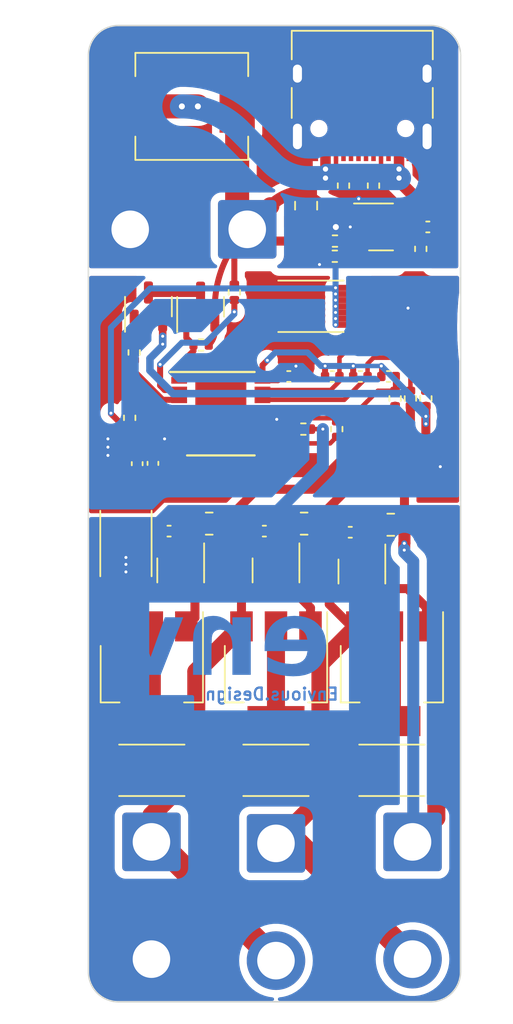
<source format=kicad_pcb>
(kicad_pcb (version 20221018) (generator pcbnew)
  (layers (0 "F.Cu" signal) (31 "B.Cu" signal) (34 "B.Paste" user) (35 "F.Paste" user) (36 "B.SilkS" user "B.Silkscreen") (37 "F.SilkS" user "F.Silkscreen") (38 "B.Mask" user) (39 "F.Mask" user) (44 "Edge.Cuts" user))
  (net 0 "")
  (net 1 "Net-(BAT1-Pin_1)")
  (net 2 "GND")
  (net 3 "Net-(U3-VDD)")
  (net 4 "VBUS")
  (net 5 "+12V")
  (net 6 "Net-(J1-CC1)")
  (net 10 "Net-(J1-CC2)")
  (net 14 "Net-(Q1-G)")
  (net 15 "Net-(Q1-D)")
  (net 16 "Net-(Q2-G)")
  (net 17 "Net-(Q3-G)")
  (net 18 "Net-(Q3-D)")
  (net 19 "Net-(Q4-G)")
  (net 20 "Net-(Q4-D)")
  (net 21 "Net-(Q5-G)")
  (net 32 "Net-(U9-VMP)")
  (net 33 "Net-(U9-VCC2)")
  (net 34 "Net-(U9-VCC1)")
  (net 35 "Net-(U9-DOP)")
  (net 36 "Net-(U4-FB)")
  (net 37 "Net-(U2-VDD)")
  (net 38 "Net-(Q2-D)")
  (net 39 "Net-(BAT2-Pin_1)")
  (net 42 "Net-(U9-VINI)")
  (net 43 "Net-(U9-VCC3)")
  (net 44 "Net-(U9-SEL)")
  (net 45 "Net-(U9-CTL)")
  (net 46 "Net-(U9-CDT)")
  (net 47 "Net-(U9-CCT)")
  (net 48 "Net-(U4-EN)")
  (net 49 "Net-(U1-VDD)")
  (net 50 "Net-(BAT1-Pin_2)")
  (net 51 "/VDD")
  (net 52 "/VSS")
  (footprint "Package_TO_SOT_SMD:SOT-223-3_TabPin2" (layer "F.Cu") (at 37.975 61.875 -90)
    (fp_text reference "Q3")
    (fp_text value "BSP89")
  )
  (footprint "Capacitor_SMD:C_0402_1005Metric" (layer "F.Cu") (at 37.75 42.1)
    (fp_text reference "C8")
    (fp_text value "0.1uF 0402")
  )
  (footprint "Resistor_SMD:R_0402_1005Metric" (layer "F.Cu") (at 20.8 40.5 90)
    (fp_text reference "R21")
    (fp_text value "5.1K 0402")
  )
  (footprint "Resistor_SMD:R_0402_1005Metric" (layer "F.Cu") (at 34.18 33.09)
    (fp_text reference "R10")
    (fp_text value "62K 0402")
  )
  (footprint "Capacitor_SMD:C_0402_1005Metric" (layer "F.Cu") (at 29.475 52.3875 180)
    (fp_text reference "C2")
    (fp_text value "0.1uF 0402")
  )
  (footprint "Capacitor_SMD:C_0402_1005Metric" (layer "F.Cu") (at 35.2 52.4625 180)
    (fp_text reference "C3")
    (fp_text value "0.1uF 0402")
  )
  (footprint "Resistor_SMD:R_0805_2012Metric" (layer "F.Cu") (at 25.8 51.8875 180)
    (fp_text reference "R2")
    (fp_text value "100 0805")
  )
  (footprint "Package_TO_SOT_SMD:SOT-23-6" (layer "F.Cu") (at 30.25 55 -90)
    (fp_text reference "U2")
    (fp_text value "HY2213")
  )
  (footprint "Resistor_SMD:R_2512_6332Metric" (layer "F.Cu") (at 20.25 53.2125 90)
    (fp_text reference "R103")
    (fp_text value "51r 2512")
  )
  (footprint "Resistor_SMD:R_2512_6332Metric" (layer "F.Cu") (at 37.975 68.3 180)
    (fp_text reference "R6")
    (fp_text value "47 2512")
  )
  (footprint "Connector_USB:USB_C_Receptacle_HRO_TYPE-C-31-M-12" (layer "F.Cu") (at 36 23 180)
    (fp_text reference "J1")
    (fp_text value "USB_C_Receptacle_USB2.0")
  )
  (footprint "Connector_Wire:SolderWire-2sqmm_1x02_P7.8mm_D2mm_OD3.9mm" (layer "F.Cu") (at 30.25 73.1625 -90)
    (fp_text reference "BAT2")
    (fp_text value "Conn_01x02")
  )
  (footprint "Capacitor_SMD:C_0402_1005Metric" (layer "F.Cu") (at 22.05 47.88 -90)
    (fp_text reference "C9")
    (fp_text value "0.1uF 0402")
  )
  (footprint "Resistor_SMD:R_0402_1005Metric" (layer "F.Cu") (at 20.5 44.85 90)
    (fp_text reference "R20")
    (fp_text value "1K 0402")
  )
  (footprint "Inductor_SMD:L_Sunlord_MWSA0605S" (layer "F.Cu") (at 24.638 24.13)
    (fp_text reference "L1")
    (fp_text value "22uH 10A ")
  )
  (footprint "Resistor_SMD:R_0402_1005Metric" (layer "F.Cu") (at 34.75 29.4 90)
    (fp_text reference "R9")
    (fp_text value "5.1K 0402")
  )
  (footprint "Resistor_SMD:R_0805_2012Metric" (layer "F.Cu") (at 37.9 51.9625 180)
    (fp_text reference "R5")
    (fp_text value "100 0805")
  )
  (footprint "Package_TO_SOT_SMD:SOT-23-6" (layer "F.Cu") (at 37.25 32.15)
    (fp_text reference "U4")
    (fp_text value "MT3608")
  )
  (footprint "Package_TO_SOT_SMD:SOT-23" (layer "F.Cu") (at 25.225 37.4625 90)
    (fp_text reference "Q4")
    (fp_text value "AO3401A")
  )
  (footprint "Capacitor_SMD:C_0402_1005Metric" (layer "F.Cu") (at 23.125 52.3875 180)
    (fp_text reference "C1")
    (fp_text value "0.1uF 0402")
  )
  (footprint "Resistor_SMD:R_0402_1005Metric" (layer "F.Cu") (at 25.259999 40)
    (fp_text reference "R23")
    (fp_text value "1M 0402")
  )
  (footprint "Connector_Wire:SolderWire-2sqmm_1x02_P7.8mm_D2mm_OD3.9mm" (layer "F.Cu") (at 39.35 73.0625 -90)
    (fp_text reference "BAT3")
    (fp_text value "Conn_01x02")
  )
  (footprint "Package_SO:HTSSOP-16-1EP_4.4x5mm_P0.65mm_EP3.4x5mm" (layer "F.Cu") (at 26.575 44.625)
    (fp_text reference "U9")
    (fp_text value "8254")
  )
  (footprint "Capacitor_SMD:C_0402_1005Metric" (layer "F.Cu") (at 31.105 42.1)
    (fp_text reference "C11")
    (fp_text value "2.2uF 0402")
  )
  (footprint "Capacitor_SMD:C_0402_1005Metric" (layer "F.Cu") (at 35.875 42.1)
    (fp_text reference "C7")
    (fp_text value "0.1uF 0402")
  )
  (footprint "Resistor_SMD:R_2512_6332Metric" (layer "F.Cu") (at 21.975001 68.3 180)
    (fp_text reference "R1")
    (fp_text value "47 2512")
  )
  (footprint "Capacitor_SMD:C_0402_1005Metric" (layer "F.Cu") (at 34 42.1)
    (fp_text reference "C6")
    (fp_text value "0.1uF 0402")
  )
  (footprint "Package_TO_SOT_SMD:SOT-223-3_TabPin2" (layer "F.Cu") (at 21.975001 61.875 -90)
    (fp_text reference "Q1")
    (fp_text value "BSP89")
  )
  (footprint "Resistor_SMD:R_0402_1005Metric" (layer "F.Cu") (at 36.75 29.4 90)
    (fp_text reference "R8")
    (fp_text value "5.1K 0402")
  )
  (footprint "Resistor_SMD:R_0402_1005Metric" (layer "F.Cu") (at 32.075 45.6)
    (fp_text reference "R19")
    (fp_text value "1K 0402")
  )
  (footprint "Package_TO_SOT_SMD:SOT-223-3_TabPin2" (layer "F.Cu") (at 30.25 61.875 -90)
    (fp_text reference "Q2")
    (fp_text value "BSP89")
  )
  (footprint "Resistor_SMD:R_0402_1005Metric" (layer "F.Cu") (at 38.19 43.56 -90)
    (fp_text reference "R25")
    (fp_text value "1K 0402")
  )
  (footprint "Capacitor_SMD:C_0805_2012Metric" (layer "F.Cu") (at 32.258 30.734 -90)
    (fp_text reference "C5")
    (fp_text value "22uF 0805 25V")
  )
  (footprint "Package_TO_SOT_SMD:SOT-23-6" (layer "F.Cu") (at 35.975 55.074999 -90)
    (fp_text reference "U3")
    (fp_text value "HY2213")
  )
  (footprint "Resistor_SMD:R_0402_1005Metric" (layer "F.Cu") (at 40.24 43.56 -90)
    (fp_text reference "R27")
    (fp_text value "1K 0402")
  )
  (footprint "Resistor_SMD:R_0402_1005Metric" (layer "F.Cu") (at 34.17 34.1 180)
    (fp_text reference "R11")
    (fp_text value "3K 0402")
  )
  (footprint "Resistor_SMD:R_0402_1005Metric" (layer "F.Cu") (at 39.21 43.56 -90)
    (fp_text reference "R26")
    (fp_text value "1K 0402")
  )
  (footprint "Package_TO_SOT_SMD:SOT-23-6" (layer "F.Cu") (at 23.9 55 -90)
    (fp_text reference "U1")
    (fp_text value "HY2213")
  )
  (footprint "Resistor_SMD:R_0402_1005Metric" (layer "F.Cu") (at 39.9 33.61 90)
    (fp_text reference "R7")
    (fp_text value "10K 0402")
  )
  (footprint "Connector_Wire:SolderWire-2sqmm_1x02_P7.8mm_D2mm_OD3.9mm" (layer "F.Cu") (at 28.3348 32.3088 180)
    (fp_text reference "J101")
    (fp_text value "Conn_01x02")
  )
  (footprint "Package_TO_SOT_SMD:SOT-23" (layer "F.Cu") (at 21.75 37.45 90)
    (fp_text reference "Q5")
    (fp_text value "AO3401A")
  )
  (footprint "Resistor_SMD:R_0402_1005Metric" (layer "F.Cu") (at 27.475 36.5 90)
    (fp_text reference "R22")
    (fp_text value "5.1K 0402")
  )
  (footprint "Capacitor_SMD:C_0402_1005Metric" (layer "F.Cu") (at 21 47.9 -90)
    (fp_text reference "C10")
    (fp_text value "0.1uF 0402")
  )
  (footprint "Connector_Wire:SolderWire-2sqmm_1x02_P7.8mm_D2mm_OD3.9mm" (layer "F.Cu") (at 21.95 73.0625 -90)
    (fp_text reference "BAT1")
    (fp_text value "Conn_01x02")
  )
  (footprint "Resistor_SMD:R_0402_1005Metric" (layer "F.Cu") (at 34.3 45.6 90)
    (fp_text reference "R18")
    (fp_text value "1K 0402")
  )
  (footprint "Resistor_SMD:R_2512_6332Metric" (layer "F.Cu") (at 32.58 37.43 180)
    (fp_text reference "R24")
    (fp_text value "0r 2512")
  )
  (footprint "Resistor_SMD:R_2512_6332Metric" (layer "F.Cu") (at 30.25 68.3 180)
    (fp_text reference "R4")
    (fp_text value "47 2512")
  )
  (footprint "Capacitor_SMD:C_0402_1005Metric" (layer "F.Cu") (at 40.37 32.15)
    (fp_text reference "C4")
    (fp_text value "22uF 0402")
  )
  (footprint "Resistor_SMD:R_0805_2012Metric" (layer "F.Cu") (at 32.124999 51.8875 180)
    (fp_text reference "R3")
    (fp_text value "100 0805")
  )
  (gr_arc (start 17.75 20.75) (mid 18.335786 19.335786) (end 19.75 18.75) (stroke (width 0.1)) (layer "Edge.Cuts"))
  (gr_line (start 40.55 83.7) (end 19.75 83.7) (stroke (width 0.1)) (layer "Edge.Cuts"))
  (gr_line (start 42.55 20.75) (end 42.55 81.7) (stroke (width 0.1)) (layer "Edge.Cuts"))
  (gr_arc (start 19.75 83.7) (mid 18.335786 83.114214) (end 17.75 81.7) (stroke (width 0.1)) (layer "Edge.Cuts"))
  (gr_arc (start 40.55 18.75) (mid 41.964214 19.335786) (end 42.55 20.75) (stroke (width 0.1)) (layer "Edge.Cuts"))
  (gr_line (start 17.75 81.7) (end 17.75 20.75) (stroke (width 0.1)) (layer "Edge.Cuts"))
  (gr_arc (start 42.55 81.7) (mid 41.964214 83.114214) (end 40.55 83.7) (stroke (width 0.1)) (layer "Edge.Cuts"))
  (gr_line (start 19.75 18.75) (end 40.55 18.75) (stroke (width 0.1)) (layer "Edge.Cuts"))
  (gr_text "env" (at 33.9 62.8) (layer "B.Cu") (effects (font (size 5 5) (thickness 0.15) bold) (justify left bottom mirror)))
  (gr_text "Envious.Design" (at 34.5 63.7) (layer "B.Cu") (effects (font (size 0.8 0.8) (thickness 0.15) bold) (justify left bottom mirror)))
  (segment (start 27.95 55.2125) (end 29.3 53.8625) (width 0.6) (layer "F.Cu") (net 1))
  (segment (start 21.95 71.287501) (end 24.937501 68.3) (width 1.2) (layer "F.Cu") (net 1))
  (segment (start 30.55 49.6) (end 32.66 49.6) (width 0.6) (layer "F.Cu") (net 1))
  (segment (start 28.495 51.8875) (end 27.75 51.8875) (width 0.6) (layer "F.Cu") (net 1))
  (segment (start 26.7125 51.8875) (end 27.75 51.8875) (width 0.6) (layer "F.Cu") (net 1))
  (segment (start 26.7125 51.8875) (end 27.25 51.8875) (width 0.4) (layer "F.Cu") (net 1))
  (segment (start 24.937501 68.3) (end 24.937501 61.737499) (width 1.2) (layer "F.Cu") (net 1))
  (segment (start 21.95 73.0625) (end 22.35 73.0625) (width 1.6) (layer "F.Cu") (net 1))
  (segment (start 31 49.6) (end 32.66 49.6) (width 0.4) (layer "F.Cu") (net 1))
  (segment (start 32.66 49.6) (end 33.93 48.33) (width 0.6) (layer "F.Cu") (net 1))
  (segment (start 28.995 52.3875) (end 28.495 51.8875) (width 0.6) (layer "F.Cu") (net 1))
  (segment (start 33.93 48.33) (end 38.19 44.07) (width 0.6) (layer "F.Cu") (net 1))
  (segment (start 26.7125 51.8875) (end 29 49.6) (width 0.6) (layer "F.Cu") (net 1))
  (segment (start 21.95 73.0625) (end 21.95 71.287501) (width 1.2) (layer "F.Cu") (net 1))
  (segment (start 28.995 53.5575) (end 28.995 52.3875) (width 0.6) (layer "F.Cu") (net 1))
  (segment (start 29 49.6) (end 30.55 49.6) (width 0.6) (layer "F.Cu") (net 1))
  (segment (start 27.95 58.725) (end 27.95 55.2125) (width 0.6) (layer "F.Cu") (net 1))
  (segment (start 30.55 49.6) (end 31 49.6) (width 0.6) (layer "F.Cu") (net 1))
  (segment (start 24.937501 61.737499) (end 27.95 58.725) (width 1.2) (layer "F.Cu") (net 1))
  (segment (start 29.3 53.8625) (end 28.995 53.5575) (width 0.6) (layer "F.Cu") (net 1))
  (segment (start 22.35 73.0625) (end 30.25 80.9625) (width 1.6) (layer "F.Cu") (net 1))
  (segment (start 27.75 51.8875) (end 27.25 51.8875) (width 0.6) (layer "F.Cu") (net 1))
  (segment (start 35.2 32.15) (end 35.22 32.13) (width 0.6) (layer "F.Cu") (net 2))
  (segment (start 20.04 45.36) (end 19.37 44.69) (width 0.4) (layer "F.Cu") (net 2))
  (segment (start 36.1125 32.15) (end 34.2456 32.15) (width 0.6) (layer "F.Cu") (net 2))
  (segment (start 37.2364 30.6832) (end 37.2364 31.670114) (width 0.15) (layer "F.Cu") (net 2))
  (segment (start 35.5425 37.02) (end 35.5425 37.43) (width 0.4) (layer "F.Cu") (net 2))
  (segment (start 35.5425 38.25) (end 35.5425 37.43) (width 0.4) (layer "F.Cu") (net 2))
  (segment (start 35.5425 37.84) (end 35.5425 37.43) (width 0.4) (layer "F.Cu") (net 2))
  (segment (start 19.25 44.57) (end 19.25 44.54) (width 0.4) (layer "F.Cu") (net 2))
  (segment (start 36.1125 32.15) (end 36.756514 32.15) (width 0.15) (layer "F.Cu") (net 2))
  (segment (start 34.22 36.61) (end 35.5425 36.61) (width 0.4) (layer "F.Cu") (net 2))
  (segment (start 35.5425 36.61) (end 35.5425 37.43) (width 0.4) (layer "F.Cu") (net 2))
  (segment (start 36.0925 32.13) (end 36.1125 32.15) (width 0.6) (layer "F.Cu") (net 2))
  (segment (start 34.2456 32.15) (end 34.2392 32.1564) (width 0.6) (layer "F.Cu") (net 2))
  (segment (start 35.22 32.13) (end 36.0925 32.13) (width 0.6) (layer "F.Cu") (net 2))
  (segment (start 34.22 36.2) (end 35.5425 36.2) (width 0.4) (layer "F.Cu") (net 2))
  (segment (start 34.22 37.02) (end 35.5425 37.02) (width 0.4) (layer "F.Cu") (net 2))
  (segment (start 35.5425 36.2) (end 35.5425 37.43) (width 0.4) (layer "F.Cu") (net 2))
  (segment (start 34.22 37.84) (end 35.5425 37.84) (width 0.4) (layer "F.Cu") (net 2))
  (segment (start 34.22 38.66) (end 35.5425 38.66) (width 0.4) (layer "F.Cu") (net 2))
  (segment (start 34.65 32.13) (end 35.18 32.13) (width 0.6) (layer "F.Cu") (net 2))
  (segment (start 34.22 38.25) (end 35.5425 38.25) (width 0.4) (layer "F.Cu") (net 2))
  (segment (start 34.22 37.43) (end 35.5425 37.43) (width 0.4) (layer "F.Cu") (net 2))
  (segment (start 32.75 27.045) (end 32.595 27.045) (width 0.4) (layer "F.Cu") (net 2))
  (segment (start 35.5425 38.66) (end 35.5425 37.43) (width 0.4) (layer "F.Cu") (net 2))
  (segment (start 19.37 44.69) (end 19.25 44.57) (width 0.4) (layer "F.Cu") (net 2))
  (segment (start 20.5 45.36) (end 20.04 45.36) (width 0.4) (layer "F.Cu") (net 2))
  (segment (start 34.2392 32.1564) (end 34.2328 32.15) (width 0.6) (layer "F.Cu") (net 2))
  (segment (start 36.75 29.91) (end 37.033601 30.193601) (width 0.15) (layer "F.Cu") (net 2))
  (segment (start 35.18 32.13) (end 35.2 32.15) (width 0.6) (layer "F.Cu") (net 2))
  (segment (start 34.2328 32.15) (end 33.383023 32.15) (width 0.6) (layer "F.Cu") (net 2))
  (segment (start 39.25 27.045) (end 39.405 27.045) (width 0.4) (layer "F.Cu") (net 2))
  (via (at 35.7632 30.2768) (size 0.4) (drill 0.2) (layers "F.Cu" "B.Cu") (net 2))
  (via (at 34.22 36.2) (size 0.4) (drill 0.2) (layers "F.Cu" "B.Cu") (net 2))
  (via (at 34.22 37.02) (size 0.4) (drill 0.2) (layers "F.Cu" "B.Cu") (net 2))
  (via (at 34.2392 32.1564) (size 0.8) (drill 0.4) (layers "F.Cu" "B.Cu") (net 2))
  (via (at 19.25 44.54) (size 0.4) (drill 0.2) (layers "F.Cu" "B.Cu") (net 2))
  (via (at 34.22 38.25) (size 0.4) (drill 0.2) (layers "F.Cu" "B.Cu") (net 2))
  (via (at 33.15 34.65) (size 0.4) (drill 0.2) (layers "F.Cu" "B.Cu") (net 2))
  (via (at 34.22 36.61) (size 0.4) (drill 0.2) (layers "F.Cu" "B.Cu") (net 2))
  (via (at 35.2 32.15) (size 0.4) (drill 0.2) (layers "F.Cu" "B.Cu") (net 2))
  (via (at 34.22 37.84) (size 0.4) (drill 0.2) (layers "F.Cu" "B.Cu") (net 2))
  (via (at 34.22 37.43) (size 0.4) (drill 0.2) (layers "F.Cu" "B.Cu") (net 2))
  (via (at 34.22 38.66) (size 0.4) (drill 0.2) (layers "F.Cu" "B.Cu") (net 2))
  (arc (start 39.405 27.045) (mid 40.052003 26.777003) (end 40.32 26.13) (width 0.4) (layer "F.Cu") (net 2))
  (arc (start 33.383023 32.15) (mid 32.774165 32.02889) (end 32.258 31.684) (width 0.6) (layer "F.Cu") (net 2))
  (arc (start 37.033601 30.193601) (mid 37.183694 30.418231) (end 37.2364 30.6832) (width 0.15) (layer "F.Cu") (net 2))
  (arc (start 37.2364 31.670114) (mid 37.095845 32.009445) (end 36.756514 32.15) (width 0.15) (layer "F.Cu") (net 2))
  (arc (start 32.595 27.045) (mid 31.947997 26.777003) (end 31.68 26.13) (width 0.4) (layer "F.Cu") (net 2))
  (segment (start 19.25 44.54) (end 19.25 38.85) (width 0.4) (layer "B.Cu") (net 2))
  (segment (start 34.22 32.15) (end 35.2 32.15) (width 0.4) (layer "B.Cu") (net 2))
  (segment (start 34.05 36.24) (end 34.22 36.41) (width 0.4) (layer "B.Cu") (net 2))
  (segment (start 34.22 38.66) (end 34.22 36.41) (width 0.4) (layer "B.Cu") (net 2))
  (segment (start 21.86 36.24) (end 34.05 36.24) (width 0.4) (layer "B.Cu") (net 2))
  (segment (start 19.25 38.85) (end 21.86 36.24) (width 0.4) (layer "B.Cu") (net 2))
  (segment (start 34.22 36.41) (end 34.22 32.15) (width 0.4) (layer "B.Cu") (net 2))
  (segment (start 35.975 52.7575) (end 35.975 53.937499) (width 0.4) (layer "F.Cu") (net 3))
  (segment (start 35.68 52.4625) (end 35.975 52.7575) (width 0.4) (layer "F.Cu") (net 3))
  (segment (start 36.9875 51.9625) (end 36.18 51.9625) (width 0.4) (layer "F.Cu") (net 3))
  (segment (start 36.18 51.9625) (end 35.68 52.4625) (width 0.4) (layer "F.Cu") (net 3))
  (segment (start 33.55 28.3) (end 33.55 28.9) (width 0.7) (layer "F.Cu") (net 4))
  (segment (start 21.613 24.13) (end 23.9268 24.13) (width 1.6) (layer "F.Cu") (net 4))
  (segment (start 38.45 28.3) (end 38.45 27.045) (width 0.7) (layer "F.Cu") (net 4))
  (segment (start 23.9268 24.13) (end 23.9776 24.13) (width 1.6) (layer "F.Cu") (net 4))
  (segment (start 33.55 27.045) (end 33.55 28.3) (width 0.7) (layer "F.Cu") (net 4))
  (segment (start 39.89 32.15) (end 39.89 33.09) (width 0.6) (layer "F.Cu") (net 4))
  (segment (start 39.89 32.15) (end 38.3875 32.15) (width 0.6) (layer "F.Cu") (net 4))
  (segment (start 38.45 29.1) (end 38.45 28.3) (width 0.8) (layer "F.Cu") (net 4))
  (segment (start 39.89 32.15) (end 39.89 30.54) (width 0.8) (layer "F.Cu") (net 4))
  (segment (start 23.9776 24.13) (end 25.0444 24.13) (width 1.6) (layer "F.Cu") (net 4))
  (segment (start 38.45 28.9) (end 38.45 28.3) (width 0.7) (layer "F.Cu") (net 4))
  (segment (start 39.89 30.54) (end 38.45 29.1) (width 0.8) (layer "F.Cu") (net 4))
  (segment (start 39.89 33.09) (end 39.9 33.1) (width 0.6) (layer "F.Cu") (net 4))
  (via (at 38.45 28.3) (size 0.6) (drill 0.35) (layers "F.Cu" "B.Cu") (net 4))
  (via (at 38.45 28.9) (size 0.6) (drill 0.35) (layers "F.Cu" "B.Cu") (net 4))
  (via (at 23.9776 24.13) (size 0.8) (drill 0.4) (layers "F.Cu" "B.Cu") (net 4))
  (via (at 33.55 28.9) (size 0.6) (drill 0.35) (layers "F.Cu" "B.Cu") (net 4))
  (via (at 33.55 28.3) (size 0.6) (drill 0.35) (layers "F.Cu" "B.Cu") (net 4))
  (via (at 25.0444 24.13) (size 0.8) (drill 0.4) (layers "F.Cu" "B.Cu") (net 4))
  (segment (start 29.972 27.8892) (end 27.793326 25.710526) (width 1.6) (layer "B.Cu") (net 4))
  (segment (start 38.45 28.9) (end 33.55 28.9) (width 0.7) (layer "B.Cu") (net 4))
  (segment (start 33.55 28.3) (end 38.45 28.3) (width 0.7) (layer "B.Cu") (net 4))
  (segment (start 38.45 28.9) (end 32.412287 28.9) (width 1.6) (layer "B.Cu") (net 4))
  (arc (start 32.412287 28.9) (mid 31.091614 28.637302) (end 29.972 27.8892) (width 1.6) (layer "B.Cu") (net 4))
  (arc (start 27.793326 25.710526) (mid 26.042656 24.540766) (end 23.9776 24.13) (width 1.6) (layer "B.Cu") (net 4))
  (segment (start 29.870782 30.772818) (end 28.3348 32.3088) (width 1.2) (layer "F.Cu") (net 5))
  (segment (start 33.67 33.09) (end 30.220783 33.09) (width 0.6) (layer "F.Cu") (net 5))
  (segment (start 26.175 39.022242) (end 26.175 38.4) (width 0.4) (layer "F.Cu") (net 5))
  (segment (start 27.475 34.38454) (end 27.475 35.99) (width 0.4) (layer "F.Cu") (net 5))
  (segment (start 27.663 24.13) (end 27.663 30.686932) (width 1.6) (layer "F.Cu") (net 5))
  (segment (start 36.1125 31.2) (end 35.676526 31.2) (width 0.6) (layer "F.Cu") (net 5))
  (segment (start 26.175 37.523018) (end 26.175 38.4) (width 0.4) (layer "F.Cu") (net 5))
  (arc (start 28.3348 32.3088) (mid 26.736314 34.701103) (end 26.175 37.523018) (width 0.4) (layer "F.Cu") (net 5))
  (arc (start 30.220783 33.09) (mid 29.200097 32.886972) (end 28.3348 32.3088) (width 0.6) (layer "F.Cu") (net 5))
  (arc (start 25.769999 40) (mid 26.069744 39.551402) (end 26.175 39.022242) (width 0.4) (layer "F.Cu") (net 5))
  (arc (start 28.3348 32.3088) (mid 27.698455 33.261157) (end 27.475 34.38454) (width 0.4) (layer "F.Cu") (net 5))
  (arc (start 27.663 30.686932) (mid 27.837595 31.56468) (end 28.3348 32.3088) (width 1.6) (layer "F.Cu") (net 5))
  (arc (start 32.258 29.784) (mid 30.966047 30.040985) (end 29.870782 30.772818) (width 0.8) (layer "F.Cu") (net 5))
  (arc (start 35.676526 31.2) (mid 33.826434 30.831993) (end 32.258 29.784) (width 0.6) (layer "F.Cu") (net 5))
  (segment (start 37.25 28.39) (end 37.25 27.045) (width 0.3) (layer "F.Cu") (net 6))
  (segment (start 36.75 28.89) (end 37.25 28.39) (width 0.3) (layer "F.Cu") (net 6))
  (segment (start 34.25 27.045) (end 34.25 28.39) (width 0.3) (layer "F.Cu") (net 10))
  (segment (start 34.25 28.39) (end 34.75 28.89) (width 0.3) (layer "F.Cu") (net 10))
  (segment (start 24.85 58.150001) (end 24.275001 58.725) (width 0.6) (layer "F.Cu") (net 14))
  (segment (start 24.85 56.1375) (end 24.85 58.150001) (width 0.6) (layer "F.Cu") (net 14))
  (segment (start 21.975001 65.025) (end 19.012501 67.9875) (width 1.2) (layer "F.Cu") (net 15))
  (segment (start 21.975001 65.025) (end 21.975001 58.725) (width 1.2) (layer "F.Cu") (net 15))
  (segment (start 19.012501 67.9875) (end 19.012501 68.3) (width 1.2) (layer "F.Cu") (net 15))
  (segment (start 31.2 56.1375) (end 32.55 57.4875) (width 0.6) (layer "F.Cu") (net 16))
  (segment (start 32.55 57.4875) (end 32.55 58.725) (width 0.6) (layer "F.Cu") (net 16))
  (segment (start 40.275 57.475) (end 40.275 58.725) (width 0.6) (layer "F.Cu") (net 17))
  (segment (start 39.012499 56.212499) (end 40.275 57.475) (width 0.6) (layer "F.Cu") (net 17))
  (segment (start 36.925 56.212499) (end 39.012499 56.212499) (width 0.6) (layer "F.Cu") (net 17))
  (segment (start 35.0125 67.9875) (end 37.975 65.025) (width 1.2) (layer "F.Cu") (net 18))
  (segment (start 35.0125 68.3) (end 35.0125 67.9875) (width 1.2) (layer "F.Cu") (net 18))
  (segment (start 37.975 65.025) (end 37.975 58.725) (width 1.2) (layer "F.Cu") (net 18))
  (segment (start 24.749999 40) (end 24.275 39.525001) (width 0.4) (layer "F.Cu") (net 19))
  (segment (start 23.8 41.35) (end 23.8 42.35) (width 0.4) (layer "F.Cu") (net 19))
  (segment (start 24.749999 40) (end 24.749999 40.400001) (width 0.4) (layer "F.Cu") (net 19))
  (segment (start 24.749999 40.400001) (end 23.8 41.35) (width 0.4) (layer "F.Cu") (net 19))
  (segment (start 24.275 39.525001) (end 24.275 38.4) (width 0.4) (layer "F.Cu") (net 19))
  (segment (start 21.75 36.5125) (end 25.2125 36.5125) (width 0.6) (layer "F.Cu") (net 20))
  (segment (start 25.2125 36.5125) (end 25.225 36.525) (width 0.6) (layer "F.Cu") (net 20))
  (segment (start 20.8 38.3875) (end 20.8 39.99) (width 0.4) (layer "F.Cu") (net 21))
  (segment (start 22.527818 42.7) (end 22.827818 43) (width 0.4) (layer "F.Cu") (net 32))
  (segment (start 22.827818 43) (end 23.8 43) (width 0.4) (layer "F.Cu") (net 32))
  (segment (start 22.527818 41.3) (end 22.527818 42.7) (width 0.4) (layer "F.Cu") (net 32))
  (segment (start 27.475 37.8) (end 27.475 37.01) (width 0.4) (layer "F.Cu") (net 32))
  (via (at 27.475 37.8) (size 0.4) (drill 0.2) (layers "F.Cu" "B.Cu") (net 32))
  (via (at 22.527818 41.3) (size 0.4) (drill 0.2) (layers "F.Cu" "B.Cu") (net 32))
  (segment (start 23.977818 39.85) (end 25.575 39.85) (width 0.4) (layer "B.Cu") (net 32))
  (segment (start 22.527818 41.3) (end 23.977818 39.85) (width 0.4) (layer "B.Cu") (net 32))
  (segment (start 25.575 39.85) (end 27.475 37.95) (width 0.4) (layer "B.Cu") (net 32))
  (segment (start 27.475 37.95) (end 27.475 37.8) (width 0.4) (layer "B.Cu") (net 32))
  (segment (start 34.805 43.65) (end 36.355 42.1) (width 0.3) (layer "F.Cu") (net 33))
  (segment (start 36.75 40.85) (end 36.355 41.245) (width 0.3) (layer "F.Cu") (net 33))
  (segment (start 29.35 43.65) (end 34.805 43.65) (width 0.3) (layer "F.Cu") (net 33))
  (segment (start 39.21 41.55) (end 38.51 40.85) (width 0.3) (layer "F.Cu") (net 33))
  (segment (start 36.355 41.245) (end 36.355 42.1) (width 0.3) (layer "F.Cu") (net 33))
  (segment (start 38.51 40.85) (end 36.75 40.85) (width 0.3) (layer "F.Cu") (net 33))
  (segment (start 39.21 43.04) (end 39.21 41.55) (width 0.3) (layer "F.Cu") (net 33))
  (segment (start 34.925 40.4) (end 39.725 40.4) (width 0.3) (layer "F.Cu") (net 34))
  (segment (start 34.48 42.1) (end 34.48 40.845) (width 0.3) (layer "F.Cu") (net 34))
  (segment (start 34.48 42.42) (end 34.48 42.1) (width 0.3) (layer "F.Cu") (net 34))
  (segment (start 29.35 43) (end 33.9 43) (width 0.3) (layer "F.Cu") (net 34))
  (segment (start 34.48 40.845) (end 34.925 40.4) (width 0.3) (layer "F.Cu") (net 34))
  (segment (start 39.725 40.4) (end 40.24 40.915) (width 0.3) (layer "F.Cu") (net 34))
  (segment (start 33.9 43) (end 34.48 42.42) (width 0.3) (layer "F.Cu") (net 34))
  (segment (start 40.24 40.915) (end 40.24 43.05) (width 0.3) (layer "F.Cu") (net 34))
  (segment (start 20.8 41.75) (end 22.7 43.65) (width 0.4) (layer "F.Cu") (net 35))
  (segment (start 22.7 43.65) (end 23.8 43.65) (width 0.4) (layer "F.Cu") (net 35))
  (segment (start 20.8 41.01) (end 20.8 41.75) (width 0.4) (layer "F.Cu") (net 35))
  (segment (start 36.1125 33.1) (end 34.7 33.1) (width 0.6) (layer "F.Cu") (net 36))
  (segment (start 34.68 34.1) (end 34.68 33.1) (width 0.6) (layer "F.Cu") (net 36))
  (segment (start 34.7 33.1) (end 34.69 33.09) (width 0.6) (layer "F.Cu") (net 36))
  (segment (start 34.68 33.1) (end 34.69 33.09) (width 0.6) (layer "F.Cu") (net 36))
  (segment (start 30.712499 52.3875) (end 31.212499 51.8875) (width 0.6) (layer "F.Cu") (net 37))
  (segment (start 30.25 52.6825) (end 29.955 52.3875) (width 0.4) (layer "F.Cu") (net 37))
  (segment (start 30.25 52.6825) (end 30.25 53.8625) (width 0.6) (layer "F.Cu") (net 37))
  (segment (start 29.955 52.3875) (end 30.712499 52.3875) (width 0.6) (layer "F.Cu") (net 37))
  (segment (start 30.25 65.025) (end 30.25 58.725) (width 1.2) (layer "F.Cu") (net 38))
  (segment (start 27.2875 68.3) (end 27.2875 67.9875) (width 1.2) (layer "F.Cu") (net 38))
  (segment (start 27.2875 67.9875) (end 30.25 65.025) (width 1.2) (layer "F.Cu") (net 38))
  (segment (start 33.8 55.162499) (end 35.025 53.937499) (width 0.6) (layer "F.Cu") (net 39))
  (segment (start 35.275 58.725) (end 33.8 57.25) (width 0.6) (layer "F.Cu") (net 39))
  (segment (start 34.72 53.632499) (end 34.72 52.4625) (width 0.6) (layer "F.Cu") (net 39))
  (segment (start 39.21 44.07) (end 39.21 45.39) (width 0.6) (layer "F.Cu") (net 39))
  (segment (start 34.72 52.4625) (end 33.612499 52.4625) (width 0.6) (layer "F.Cu") (net 39))
  (segment (start 31.65 73.1625) (end 39.35 80.8625) (width 1.6) (layer "F.Cu") (net 39))
  (segment (start 33.2125 61.1875) (end 33.2125 68.3) (width 1.2) (layer "F.Cu") (net 39))
  (segment (start 33.8 57.25) (end 33.8 55.162499) (width 0.6) (layer "F.Cu") (net 39))
  (segment (start 30.25 73.1625) (end 33.2125 70.2) (width 1.2) (layer "F.Cu") (net 39))
  (segment (start 33.037499 51.8875) (end 33.037499 51.562501) (width 0.6) (layer "F.Cu") (net 39))
  (segment (start 39.21 45.39) (end 34.475 50.125) (width 0.6) (layer "F.Cu") (net 39))
  (segment (start 35.025 53.937499) (end 34.72 53.632499) (width 0.6) (layer "F.Cu") (net 39))
  (segment (start 35.675 58.725) (end 33.2125 61.1875) (width 1.2) (layer "F.Cu") (net 39))
  (segment (start 33.612499 52.4625) (end 33.037499 51.8875) (width 0.6) (layer "F.Cu") (net 39))
  (segment (start 33.037499 51.562501) (end 34.475 50.125) (width 0.6) (layer "F.Cu") (net 39))
  (segment (start 35.675 58.725) (end 35.275 58.725) (width 0.6) (layer "F.Cu") (net 39))
  (segment (start 30.25 73.1625) (end 31.65 73.1625) (width 1.6) (layer "F.Cu") (net 39))
  (segment (start 33.2125 70.2) (end 33.2125 68.3) (width 1.2) (layer "F.Cu") (net 39))
  (segment (start 20.54 44.3) (end 20.5 44.34) (width 0.4) (layer "F.Cu") (net 42))
  (segment (start 23.8 44.3) (end 20.54 44.3) (width 0.4) (layer "F.Cu") (net 42))
  (segment (start 29.35 44.3) (end 29.35 44.4) (width 0.3) (layer "F.Cu") (net 43))
  (segment (start 35.56 44.425) (end 35.665 44.425) (width 0.3) (layer "F.Cu") (net 43))
  (segment (start 38.19 43.05) (end 38.19 42.14) (width 0.3) (layer "F.Cu") (net 43))
  (segment (start 29.375 44.425) (end 35.56 44.425) (width 0.3) (layer "F.Cu") (net 43))
  (segment (start 38.19 42.14) (end 38.23 42.1) (width 0.3) (layer "F.Cu") (net 43))
  (segment (start 29.35 44.4) (end 29.375 44.425) (width 0.3) (layer "F.Cu") (net 43))
  (segment (start 35.665 44.425) (end 37.04 43.05) (width 0.3) (layer "F.Cu") (net 43))
  (segment (start 37.04 43.05) (end 38.19 43.05) (width 0.3) (layer "F.Cu") (net 43))
  (segment (start 30.65 46.25) (end 29.35 46.25) (width 0.3) (layer "F.Cu") (net 44))
  (segment (start 33.86 46.55) (end 30.95 46.55) (width 0.3) (layer "F.Cu") (net 44))
  (segment (start 34.3 46.11) (end 33.86 46.55) (width 0.3) (layer "F.Cu") (net 44))
  (segment (start 30.95 46.55) (end 30.65 46.25) (width 0.3) (layer "F.Cu") (net 44))
  (segment (start 31.565 45.6) (end 29.35 45.6) (width 0.3) (layer "F.Cu") (net 45))
  (segment (start 22.35 44.95) (end 21 46.3) (width 0.3) (layer "F.Cu") (net 46))
  (segment (start 23.8 44.95) (end 22.35 44.95) (width 0.3) (layer "F.Cu") (net 46))
  (segment (start 21 46.3) (end 21 47.42) (width 0.3) (layer "F.Cu") (net 46))
  (segment (start 22 47.35) (end 22 46) (width 0.3) (layer "F.Cu") (net 47))
  (segment (start 22.4 45.6) (end 23.8 45.6) (width 0.3) (layer "F.Cu") (net 47))
  (segment (start 22.05 47.4) (end 22 47.35) (width 0.3) (layer "F.Cu") (net 47))
  (segment (start 22 46) (end 22.4 45.6) (width 0.3) (layer "F.Cu") (net 47))
  (segment (start 39.9 34.12) (end 38.92 34.12) (width 0.6) (layer "F.Cu") (net 48))
  (segment (start 38.3875 33.5875) (end 38.3875 33.1) (width 0.6) (layer "F.Cu") (net 48))
  (segment (start 38.92 34.12) (end 38.3875 33.5875) (width 0.6) (layer "F.Cu") (net 48))
  (segment (start 23.9 52.6825) (end 23.605 52.3875) (width 0.6) (layer "F.Cu") (net 49))
  (segment (start 23.9 53.8625) (end 23.9 52.6825) (width 0.6) (layer "F.Cu") (net 49))
  (segment (start 23.605 52.3875) (end 24.3875 52.3875) (width 0.6) (layer "F.Cu") (net 49))
  (segment (start 24.3875 52.3875) (end 24.8875 51.8875) (width 0.6) (layer "F.Cu") (net 49))
  (segment (start 22.645 53.5575) (end 22.645 52.3875) (width 0.6) (layer "F.Cu") (net 50))
  (segment (start 19.675001 58.725) (end 19.675001 56.749999) (width 1.3) (layer "F.Cu") (net 50))
  (segment (start 22.645 52.3875) (end 22.0025 52.3875) (width 0.6) (layer "F.Cu") (net 50))
  (segment (start 22.95 53.8625) (end 22.645 53.5575) (width 0.6) (layer "F.Cu") (net 50))
  (segment (start 20.25 54.14) (end 20.25 56.175) (width 1.6) (layer "F.Cu") (net 50))
  (segment (start 32.585 45.6) (end 33.375 45.6) (width 0.3) (layer "F.Cu") (net 50))
  (segment (start 22.0025 52.3875) (end 20.25 54.14) (width 0.6) (layer "F.Cu") (net 50))
  (segment (start 19.675001 56.749999) (end 20.25 56.175) (width 1.3) (layer "F.Cu") (net 50))
  (via (at 20.25 55.1) (size 0.4) (drill 0.2) (layers "F.Cu" "B.Cu") (net 50))
  (via (at 33.375 45.6) (size 0.4) (drill 0.2) (layers "F.Cu" "B.Cu") (net 50))
  (via (at 20.25 54.6) (size 0.4) (drill 0.2) (layers "F.Cu" "B.Cu") (net 50))
  (via (at 20.25 54.14) (size 0.4) (drill 0.2) (layers "F.Cu" "B.Cu") (net 50))
  (segment (start 20.25 55.1) (end 20.25 54.14) (width 0.4) (layer "B.Cu") (net 50))
  (segment (start 28.65 52.75) (end 33.375 48.025) (width 0.8) (layer "B.Cu") (net 50))
  (segment (start 33.375 48.025) (end 33.375 45.6) (width 0.8) (layer "B.Cu") (net 50))
  (segment (start 20.25 55.1) (end 20.25 54.3) (width 0.8) (layer "B.Cu") (net 50))
  (segment (start 21.8 52.75) (end 28.65 52.75) (width 0.8) (layer "B.Cu") (net 50))
  (segment (start 20.25 54.3) (end 21.8 52.75) (width 0.8) (layer "B.Cu") (net 50))
  (segment (start 38.8125 51.9625) (end 38.8125 53.1875) (width 0.8) (layer "F.Cu") (net 51))
  (segment (start 40.9375 71.475) (end 39.35 73.0625) (width 1.2) (layer "F.Cu") (net 51))
  (segment (start 30.375 42.35) (end 30.625 42.1) (width 0.4) (layer "F.Cu") (net 51))
  (segment (start 22.7 39.42) (end 22.7 38.3875) (width 0.5) (layer "F.Cu") (net 51))
  (segment (start 38.8125 47.9875) (end 40.1 46.7) (width 0.6) (layer "F.Cu") (net 51))
  (segment (start 40.24 46.56) (end 40.1 46.7) (width 0.6) (layer "F.Cu") (net 51))
  (segment (start 33.52 41.405) (end 33.525 41.4) (width 0.4) (layer "F.Cu") (net 51))
  (segment (start 37.27 41.4) (end 37.27 42.1) (width 0.3) (layer "F.Cu") (net 51))
  (segment (start 40.24 45.16) (end 40.24 44.07) (width 0.5) (layer "F.Cu") (net 51))
  (segment (start 38.8125 51.9625) (end 38.8125 47.9875) (width 0.6) (layer "F.Cu") (net 51))
  (segment (start 22.7 39.42) (end 22.7 39.95) (width 0.5) (layer "F.Cu") (net 51))
  (segment (start 40.24 45.16) (end 40.24 46.56) (width 0.4) (layer "F.Cu") (net 51))
  (segment (start 29.35 41.35) (end 29.675 41.025) (width 0.4) (layer "F.Cu") (net 51))
  (segment (start 35.4 41.4) (end 35.395 41.405) (width 0.4) (layer "F.Cu") (net 51))
  (segment (start 38.8 53.2) (end 38.8 53.6) (width 0.8) (layer "F.Cu") (net 51))
  (segment (start 29.35 42.35) (end 30.375 42.35) (width 0.4) (layer "F.Cu") (net 51))
  (segment (start 40.24 44.07) (end 40.24 46.56) (width 0.6) (layer "F.Cu") (net 51))
  (segment (start 38.8125 53.1875) (end 38.8 53.2) (width 0.8) (layer "F.Cu") (net 51))
  (segment (start 29.35 42.35) (end 29.35 41.35) (width 0.4) (layer "F.Cu") (net 51))
  (segment (start 40.9375 68.3) (end 40.9375 71.475) (width 1.2) (layer "F.Cu") (net 51))
  (segment (start 35.395 41.405) (end 35.395 42.1) (width 0.4) (layer "F.Cu") (net 51))
  (segment (start 33.52 42.1) (end 33.52 41.405) (width 0.4) (layer "F.Cu") (net 51))
  (via (at 37.27 41.4) (size 0.4) (drill 0.2) (layers "F.Cu" "B.Cu") (net 51))
  (via (at 40.24 45.25) (size 0.4) (drill 0.2) (layers "F.Cu" "B.Cu") (net 51))
  (via (at 33.525 41.4) (size 0.4) (drill 0.2) (layers "F.Cu" "B.Cu") (net 51))
  (via (at 22.7 39.95) (size 0.4) (drill 0.2) (layers "F.Cu" "B.Cu") (net 51))
  (via (at 38.8 53.65) (size 0.4) (drill 0.2) (layers "F.Cu" "B.Cu") (net 51))
  (via (at 29.675 41.025) (size 0.4) (drill 0.2) (layers "F.Cu" "B.Cu") (net 51))
  (via (at 40.24 44.75) (size 0.4) (drill 0.2) (layers "F.Cu" "B.Cu") (net 51))
  (via (at 38.8 53.2) (size 0.4) (drill 0.2) (layers "F.Cu" "B.Cu") (net 51))
  (via (at 35.4 41.4) (size 0.4) (drill 0.2) (layers "F.Cu" "B.Cu") (net 51))
  (via (at 22.7 39.42) (size 0.4) (drill 0.2) (layers "F.Cu" "B.Cu") (net 51))
  (segment (start 40.24 44.37) (end 37.27 41.4) (width 0.4) (layer "B.Cu") (net 51))
  (segment (start 40.24 45.25) (end 40.24 44.37) (width 0.4) (layer "B.Cu") (net 51))
  (segment (start 33.25 41.4) (end 33.525 41.4) (width 0.4) (layer "B.Cu") (net 51))
  (segment (start 35.4 41.4) (end 33.525 41.4) (width 0.4) (layer "B.Cu") (net 51))
  (segment (start 21.85 41.7) (end 23.39 43.24) (width 0.5) (layer "B.Cu") (net 51))
  (segment (start 38.8 53.8) (end 39.4 54.4) (width 0.8) (layer "B.Cu") (net 51))
  (segment (start 30.2 40.5) (end 32.35 40.5) (width 0.4) (layer "B.Cu") (net 51))
  (segment (start 39.4 73.0125) (end 39.35 73.0625) (width 0.8) (layer "B.Cu") (net 51))
  (segment (start 38.8 53.6) (end 38.8 53.8) (width 0.8) (layer "B.Cu") (net 51))
  (segment (start 21.85 40.9) (end 21.85 41.7) (width 0.5) (layer "B.Cu") (net 51))
  (segment (start 22.7 40.05) (end 21.85 40.9) (width 0.5) (layer "B.Cu") (net 51))
  (segment (start 38.73 43.24) (end 40.24 44.75) (width 0.5) (layer "B.Cu") (net 51))
  (segment (start 22.7 39.42) (end 22.7 40.05) (width 0.5) (layer "B.Cu") (net 51))
  (segment (start 29.675 41.025) (end 30.2 40.5) (width 0.4) (layer "B.Cu") (net 51))
  (segment (start 39.4 54.4) (end 39.4 73.0125) (width 0.8) (layer "B.Cu") (net 51))
  (segment (start 32.35 40.5) (end 33.25 41.4) (width 0.4) (layer "B.Cu") (net 51))
  (segment (start 37.27 41.4) (end 35.4 41.4) (width 0.3) (layer "B.Cu") (net 51))
  (segment (start 23.39 43.24) (end 38.73 43.24) (width 0.5) (layer "B.Cu") (net 51))
  (segment (start 22.03 48.38) (end 22.05 48.36) (width 0.4) (layer "F.Cu") (net 52))
  (segment (start 21.7 48.38) (end 22.03 48.38) (width 0.4) (layer "F.Cu") (net 52))
  (segment (start 19.05 46.25) (end 19.05 46.65) (width 1.3) (layer "F.Cu") (net 52))
  (segment (start 19.05 47.05) (end 19.05 46.25) (width 1.3) (layer "F.Cu") (net 52))
  (segment (start 20.25 49.13) (end 21 48.38) (width 0.4) (layer "F.Cu") (net 52))
  (segment (start 20.25 50.25) (end 20.25 49.13) (width 0.4) (layer "F.Cu") (net 52))
  (segment (start 23.8 46.25) (end 22.825 46.25) (width 0.4) (layer "F.Cu") (net 52))
  (segment (start 21 48.38) (end 21.7 48.38) (width 0.4) (layer "F.Cu") (net 52))
  (segment (start 22.32 48.38) (end 22.75 47.95) (width 0.4) (layer "F.Cu") (net 52))
  (segment (start 19.05 49.05) (end 19.05 47.05) (width 1.3) (layer "F.Cu") (net 52))
  (segment (start 21.7 48.38) (end 22.32 48.38) (width 0.4) (layer "F.Cu") (net 52))
  (segment (start 31.585 41.415) (end 31.58 41.41) (width 0.4) (layer "F.Cu") (net 52))
  (segment (start 30.3 44.95) (end 29.4 44.95) (width 0.4) (layer "F.Cu") (net 52))
  (segment (start 31.585 42.1) (end 31.585 41.415) (width 0.4) (layer "F.Cu") (net 52))
  (segment (start 22.75 47.95) (end 22.75 46.325) (width 0.4) (layer "F.Cu") (net 52))
  (segment (start 30.3 44.95) (end 30.375 44.875) (width 0.3) (layer "F.Cu") (net 52))
  (segment (start 20.25 50.25) (end 19.05 49.05) (width 1.3) (layer "F.Cu") (net 52))
  (segment (start 22.75 46.325) (end 22.825 46.25) (width 0.4) (layer "F.Cu") (net 52))
  (segment (start 30.375 44.875) (end 34.085 44.875) (width 0.3) (layer "F.Cu") (net 52))
  (segment (start 34.085 44.875) (end 34.3 45.09) (width 0.3) (layer "F.Cu") (net 52))
  (via (at 30.3 44.95) (size 0.4) (drill 0.2) (layers "F.Cu" "B.Cu") (net 52))
  (via (at 19.05 46.8) (size 0.4) (drill 0.2) (layers "F.Cu" "B.Cu") (net 52))
  (via (at 39.05 37.55) (size 0.4) (drill 0.2) (layers "F.Cu" "B.Cu") (net 52))
  (via (at 31.58 41.41) (size 0.4) (drill 0.2) (layers "F.Cu" "B.Cu") (net 52))
  (via (at 19.05 46.25) (size 0.4) (drill 0.2) (layers "F.Cu" "B.Cu") (net 52))
  (via (at 22.825 46.25) (size 0.4) (drill 0.2) (layers "F.Cu" "B.Cu") (net 52))
  (via (at 41.2 48.1) (size 0.4) (drill 0.2) (layers "F.Cu" "B.Cu") (net 52))
  (via (at 19.05 47.35) (size 0.4) (drill 0.2) (layers "F.Cu" "B.Cu") (net 52))
  (zone (net 52) (net_name "/VSS") (layers "F&B.Cu") (connect_pads yes (clearance 0.5)) (min_thickness 0.25) (fill yes (thermal_gap 0.5) (thermal_bridge_width 0.5))
    (polygon (pts (xy 17.8 35.1) (xy 42.45 35.1) (xy 42.45 50.5) (xy 22.8 50.5) (xy 22.1 51.2) (xy 17.8 51.2)))
  )
  (zone (net 2) (net_name "GND") (layers "F&B.Cu") (priority 1) (connect_pads yes (clearance 0.5)) (min_thickness 0.25) (fill yes (thermal_gap 0.5) (thermal_bridge_width 0.5))
    (polygon (pts (xy 17.8 34.9) (xy 42.4 34.9) (xy 42.4 18.8) (xy 17.8 18.8)))
  )
  (zone (net 50) (net_name "Net-(BAT1-Pin_2)") (layer "B.Cu") (priority 2) (connect_pads yes (clearance 0.5)) (min_thickness 0.25) (fill yes (thermal_gap 0.5) (thermal_bridge_width 0.5))
    (polygon (pts (xy 17.8 51.45) (xy 22.25 51.45) (xy 23.05 50.65) (xy 42.5 50.65) (xy 42.5 83.65) (xy 17.8 83.65)))
  )
)
</source>
